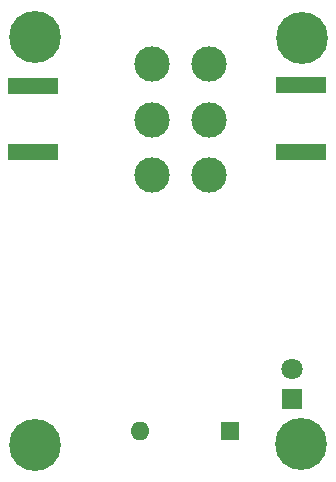
<source format=gbr>
%TF.GenerationSoftware,KiCad,Pcbnew,8.99.0-unknown-8e286d44fc~178~ubuntu22.04.1*%
%TF.CreationDate,2024-05-21T21:22:49+05:30*%
%TF.ProjectId,MiniSWR-Interface,4d696e69-5357-4522-9d49-6e7465726661,rev?*%
%TF.SameCoordinates,Original*%
%TF.FileFunction,Soldermask,Bot*%
%TF.FilePolarity,Negative*%
%FSLAX46Y46*%
G04 Gerber Fmt 4.6, Leading zero omitted, Abs format (unit mm)*
G04 Created by KiCad (PCBNEW 8.99.0-unknown-8e286d44fc~178~ubuntu22.04.1) date 2024-05-21 21:22:49*
%MOMM*%
%LPD*%
G01*
G04 APERTURE LIST*
%ADD10C,0.700000*%
%ADD11C,4.400000*%
%ADD12R,1.600000X1.600000*%
%ADD13O,1.600000X1.600000*%
%ADD14C,3.000000*%
%ADD15R,4.200000X1.350000*%
%ADD16R,1.800000X1.800000*%
%ADD17C,1.800000*%
G04 APERTURE END LIST*
D10*
%TO.C,H4*%
X118986726Y-102213274D03*
X119470000Y-101046548D03*
X119470000Y-103380000D03*
X120636726Y-100563274D03*
D11*
X120636726Y-102213274D03*
D10*
X120636726Y-103863274D03*
X121803452Y-101046548D03*
X121803452Y-103380000D03*
X122286726Y-102213274D03*
%TD*%
D12*
%TO.C,D1*%
X137133984Y-101070000D03*
D13*
X129513984Y-101070000D03*
%TD*%
D14*
%TO.C,SW1*%
X130530000Y-70010000D03*
X130530000Y-74710000D03*
X130530000Y-79410000D03*
X135330000Y-70010000D03*
X135330000Y-74710000D03*
X135330000Y-79410000D03*
%TD*%
D10*
%TO.C,H3*%
X141540000Y-102190000D03*
X142023274Y-101023274D03*
X142023274Y-103356726D03*
X143190000Y-100540000D03*
D11*
X143190000Y-102190000D03*
D10*
X143190000Y-103840000D03*
X144356726Y-101023274D03*
X144356726Y-103356726D03*
X144840000Y-102190000D03*
%TD*%
D15*
%TO.C,J2*%
X143187500Y-77455000D03*
X143187500Y-71805000D03*
%TD*%
D10*
%TO.C,H1*%
X118993274Y-67746726D03*
X119476548Y-66580000D03*
X119476548Y-68913452D03*
X120643274Y-66096726D03*
D11*
X120643274Y-67746726D03*
D10*
X120643274Y-69396726D03*
X121810000Y-66580000D03*
X121810000Y-68913452D03*
X122293274Y-67746726D03*
%TD*%
D16*
%TO.C,LED1*%
X142380000Y-98390000D03*
D17*
X142380000Y-95850000D03*
%TD*%
D15*
%TO.C,J1*%
X120450000Y-71825000D03*
X120450000Y-77475000D03*
%TD*%
D10*
%TO.C,H2*%
X141570000Y-67790000D03*
X142053274Y-66623274D03*
X142053274Y-68956726D03*
X143220000Y-66140000D03*
D11*
X143220000Y-67790000D03*
D10*
X143220000Y-69440000D03*
X144386726Y-66623274D03*
X144386726Y-68956726D03*
X144870000Y-67790000D03*
%TD*%
M02*

</source>
